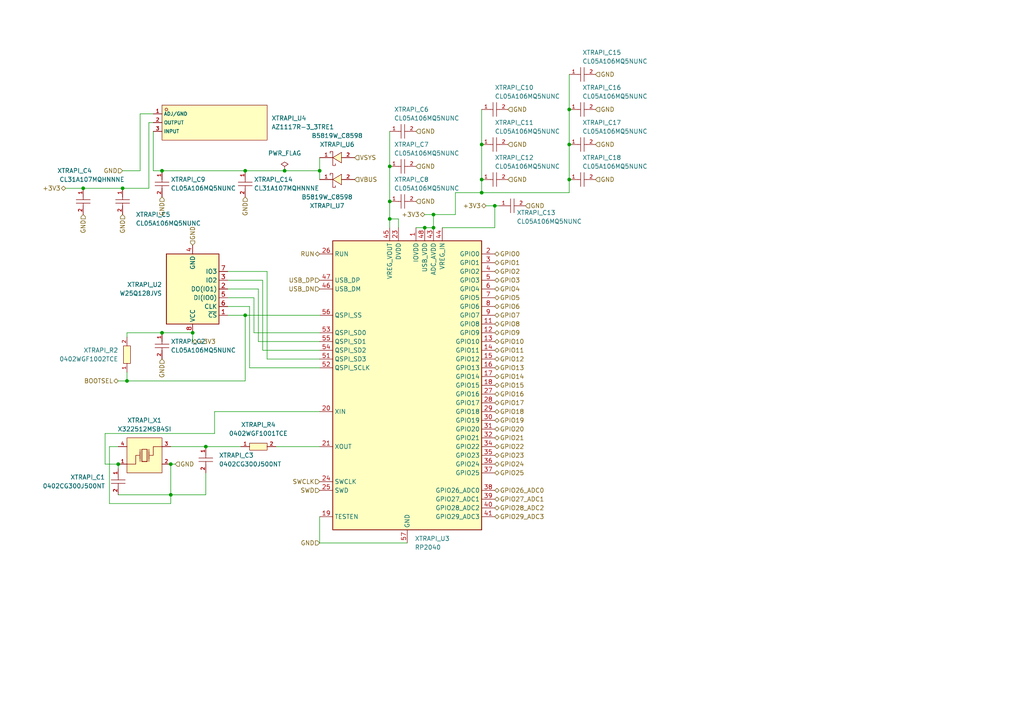
<source format=kicad_sch>
(kicad_sch (version 20230121) (generator eeschema)
  (paper "A4")
  (title_block (title "xtrapico core") (date "2024-02-09") (rev "rev0") (company "zeriyoshi") (comment 1 "https://github.com/Breadstick-Innovations/22008-RP2040-Dev-Board") (comment 2 "Schema based by RP2040 Dev Board"))
  (lib_symbols
    (symbol "JLCPCB_0402CG300J500NT:0402CG300J500NT" (pin_names hide)
      (property "Reference" "C" (at 0 1.27 0))
      (property "Value" "0402CG300J500NT" (at 0 -2.54 0))
      (symbol "0402CG300J500NT_0_1"
        (polyline (pts (xy -1.27 0) (xy -0.508 0)))
        (polyline (pts (xy -0.508 2.032) (xy -0.508 -2.032)))
        (polyline (pts (xy 0.508 0) (xy 1.27 0)))
        (polyline (pts (xy 0.508 2.032) (xy 0.508 -2.032)))
        (pin input line (at -3.81 0 0) (length 2.54) (name "1") (number "1"))
        (pin input line (at 3.81 0 180) (length 2.54) (name "2") (number "2"))
      )
    )
    (symbol "JLCPCB_0402WGF1001TCE:0402WGF1001TCE" (pin_names hide)
      (property "Reference" "R" (at 0 1.27 0))
      (property "Value" "0402WGF1001TCE" (at 0 -2.54 0))
      (symbol "0402WGF1001TCE_0_1"
        (rectangle (start -2.54 1.016) (end 2.54 -1.016) (fill (type background)))
        (pin input line (at -5.08 0 0) (length 2.54) (name "1") (number "1"))
        (pin input line (at 5.08 0 180) (length 2.54) (name "2") (number "2"))
      )
    )
    (symbol "JLCPCB_0402WGF1002TCE:0402WGF1002TCE" (pin_names hide)
      (property "Reference" "R" (at 0 1.27 0))
      (property "Value" "0402WGF1002TCE" (at 0 -2.54 0))
      (symbol "0402WGF1002TCE_0_1"
        (rectangle (start -2.54 1.016) (end 2.54 -1.016) (fill (type background)))
        (pin input line (at -5.08 0 0) (length 2.54) (name "1") (number "1"))
        (pin input line (at 5.08 0 180) (length 2.54) (name "2") (number "2"))
      )
    )
    (symbol "JLCPCB_AZ1117R-3_3TRE1:AZ1117R-3_3TRE1"
      (property "Reference" "U" (at 0 1.27 0))
      (property "Value" "AZ1117R-3_3TRE1" (at 0 -2.54 0))
      (symbol "AZ1117R-3_3TRE1_0_1"
        (rectangle (start -12.7 5.08) (end 17.78 -5.08) (fill (type background)))
        (circle (center -11.43 3.81) (radius 0.381) (fill (type background)))
      )
      (symbol "AZ1117R-3_3TRE1_1_1"
        (pin power_out line (at -15.24 2.54 0) (length 2.54) (name "ADJ/GND") (number "1"))
        (pin power_out line (at -15.24 0 0) (length 2.54) (name "OUTPUT") (number "2"))
        (pin power_in line (at -15.24 -2.54 0) (length 2.54) (name "INPUT") (number "3"))
      )
    )
    (symbol "JLCPCB_B5819W_C8598:B5819W_C8598" (pin_names hide)
      (property "Reference" "U" (at 0 1.27 0))
      (property "Value" "B5819W_C8598" (at 0 -2.54 0))
      (symbol "B5819W_C8598_0_1"
        (polyline (pts (xy 1.27 1.524) (xy -1.27 0) (xy 1.27 -1.524) (xy 1.27 1.524)) (fill (type background)))
        (polyline (pts (xy -0.508 -1.778) (xy -0.508 -2.286) (xy -1.27 -2.286) (xy -1.27 1.016) (xy -1.27 1.778) (xy -2.032 1.778) (xy -2.032 1.27)))
      )
      (symbol "B5819W_C8598_1_1"
        (pin passive line (at -5.08 0 0) (length 3.81) (name "-") (number "1"))
        (pin passive line (at 5.08 0 180) (length 3.81) (name "+") (number "2"))
      )
    )
    (symbol "JLCPCB_CL05A106MQ5NUNC:CL05A106MQ5NUNC" (pin_names hide)
      (property "Reference" "C" (at 0 1.27 0))
      (property "Value" "CL05A106MQ5NUNC" (at 0 -2.54 0))
      (symbol "CL05A106MQ5NUNC_0_1"
        (polyline (pts (xy -1.27 0) (xy -0.508 0)))
        (polyline (pts (xy -0.508 2.032) (xy -0.508 -2.032)))
        (polyline (pts (xy 0.508 0) (xy 1.27 0)))
        (polyline (pts (xy 0.508 2.032) (xy 0.508 -2.032)))
        (pin input line (at -3.81 0 0) (length 2.54) (name "1") (number "1"))
        (pin input line (at 3.81 0 180) (length 2.54) (name "2") (number "2"))
      )
    )
    (symbol "JLCPCB_CL31A107MQHNNNE:CL31A107MQHNNNE" (pin_names hide)
      (property "Reference" "C" (at 0 1.27 0))
      (property "Value" "CL31A107MQHNNNE" (at 0 -2.54 0))
      (symbol "CL31A107MQHNNNE_0_1"
        (polyline (pts (xy -1.27 0) (xy -0.508 0)))
        (polyline (pts (xy -0.508 2.032) (xy -0.508 -2.032)))
        (polyline (pts (xy 0.508 0) (xy 1.27 0)))
        (polyline (pts (xy 0.508 2.032) (xy 0.508 -2.032)))
        (pin input line (at -3.81 0 0) (length 2.54) (name "1") (number "1"))
        (pin input line (at 3.81 0 180) (length 2.54) (name "2") (number "2"))
      )
    )
    (symbol "JLCPCB_X322512MSB4SI:X322512MSB4SI" (pin_names hide)
      (property "Reference" "X" (at 0 1.27 0))
      (property "Value" "X322512MSB4SI" (at 0 -2.54 0))
      (symbol "X322512MSB4SI_0_1"
        (rectangle (start -5.08 5.08) (end 5.08 -5.08) (fill (type background)))
        (polyline (pts (xy -1.27 -1.778) (xy -1.27 1.778)))
        (polyline (pts (xy -1.27 -1.016) (xy -1.27 1.016)))
        (polyline (pts (xy 0.762 -1.778) (xy -0.762 -1.778)))
        (polyline (pts (xy 1.27 -1.778) (xy 1.27 1.778)))
        (polyline (pts (xy 1.27 -1.016) (xy 1.27 1.016)))
        (polyline (pts (xy -5.08 -2.54) (xy -2.54 -2.54) (xy -2.54 0) (xy -1.524 0)))
        (polyline (pts (xy -0.762 -1.778) (xy -0.762 1.778) (xy 0.762 1.778) (xy 0.762 -1.778)))
        (polyline (pts (xy 5.08 2.54) (xy 2.54 2.54) (xy 2.54 0) (xy 1.524 0)))
        (polyline (pts (xy 0.762 1.778) (xy 0.762 -1.778) (xy -0.762 -1.778) (xy -0.762 1.778) (xy 0.762 1.778)))
      )
      (symbol "X322512MSB4SI_1_1"
        (pin passive line (at -7.62 -2.54 0) (length 2.54) (name "OSC1") (number "1"))
        (pin passive line (at 7.62 -2.54 180) (length 2.54) (name "GND") (number "2"))
        (pin passive line (at 7.62 2.54 180) (length 2.54) (name "OSC2") (number "3"))
        (pin passive line (at -7.62 2.54 0) (length 2.54) (name "GND") (number "4"))
      )
    )
    (symbol "MCU_RaspberryPi:RP2040"
      (property "Reference" "U" (at 17.78 45.72 0))
      (property "Value" "RP2040" (at 17.78 43.18 0))
      (symbol "RP2040_0_1"
        (rectangle (start -21.59 41.91) (end 21.59 -41.91) (stroke (width 0.254)) (fill (type background)))
      )
      (symbol "RP2040_1_1"
        (pin power_in line (at 2.54 45.72 270) (length 3.81) (name "IOVDD") (number "1"))
        (pin passive line (at 2.54 45.72 270) (length 3.81) hide (name "IOVDD") (number "10"))
        (pin bidirectional line (at 25.4 17.78 180) (length 3.81) (name "GPIO8") (number "11"))
        (pin bidirectional line (at 25.4 15.24 180) (length 3.81) (name "GPIO9") (number "12"))
        (pin bidirectional line (at 25.4 12.7 180) (length 3.81) (name "GPIO10") (number "13"))
        (pin bidirectional line (at 25.4 10.16 180) (length 3.81) (name "GPIO11") (number "14"))
        (pin bidirectional line (at 25.4 7.62 180) (length 3.81) (name "GPIO12") (number "15"))
        (pin bidirectional line (at 25.4 5.08 180) (length 3.81) (name "GPIO13") (number "16"))
        (pin bidirectional line (at 25.4 2.54 180) (length 3.81) (name "GPIO14") (number "17"))
        (pin bidirectional line (at 25.4 0 180) (length 3.81) (name "GPIO15") (number "18"))
        (pin input line (at -25.4 -38.1 0) (length 3.81) (name "TESTEN") (number "19"))
        (pin bidirectional line (at 25.4 38.1 180) (length 3.81) (name "GPIO0") (number "2"))
        (pin input line (at -25.4 -7.62 0) (length 3.81) (name "XIN") (number "20"))
        (pin passive line (at -25.4 -17.78 0) (length 3.81) (name "XOUT") (number "21"))
        (pin passive line (at 2.54 45.72 270) (length 3.81) hide (name "IOVDD") (number "22"))
        (pin power_in line (at -2.54 45.72 270) (length 3.81) (name "DVDD") (number "23"))
        (pin input line (at -25.4 -27.94 0) (length 3.81) (name "SWCLK") (number "24"))
        (pin bidirectional line (at -25.4 -30.48 0) (length 3.81) (name "SWD") (number "25"))
        (pin input line (at -25.4 38.1 0) (length 3.81) (name "RUN") (number "26"))
        (pin bidirectional line (at 25.4 -2.54 180) (length 3.81) (name "GPIO16") (number "27"))
        (pin bidirectional line (at 25.4 -5.08 180) (length 3.81) (name "GPIO17") (number "28"))
        (pin bidirectional line (at 25.4 -7.62 180) (length 3.81) (name "GPIO18") (number "29"))
        (pin bidirectional line (at 25.4 35.56 180) (length 3.81) (name "GPIO1") (number "3"))
        (pin bidirectional line (at 25.4 -10.16 180) (length 3.81) (name "GPIO19") (number "30"))
        (pin bidirectional line (at 25.4 -12.7 180) (length 3.81) (name "GPIO20") (number "31"))
        (pin bidirectional line (at 25.4 -15.24 180) (length 3.81) (name "GPIO21") (number "32"))
        (pin passive line (at 2.54 45.72 270) (length 3.81) hide (name "IOVDD") (number "33"))
        (pin bidirectional line (at 25.4 -17.78 180) (length 3.81) (name "GPIO22") (number "34"))
        (pin bidirectional line (at 25.4 -20.32 180) (length 3.81) (name "GPIO23") (number "35"))
        (pin bidirectional line (at 25.4 -22.86 180) (length 3.81) (name "GPIO24") (number "36"))
        (pin bidirectional line (at 25.4 -25.4 180) (length 3.81) (name "GPIO25") (number "37"))
        (pin bidirectional line (at 25.4 -30.48 180) (length 3.81) (name "GPIO26_ADC0") (number "38"))
        (pin bidirectional line (at 25.4 -33.02 180) (length 3.81) (name "GPIO27_ADC1") (number "39"))
        (pin bidirectional line (at 25.4 33.02 180) (length 3.81) (name "GPIO2") (number "4"))
        (pin bidirectional line (at 25.4 -35.56 180) (length 3.81) (name "GPIO28_ADC2") (number "40"))
        (pin bidirectional line (at 25.4 -38.1 180) (length 3.81) (name "GPIO29_ADC3") (number "41"))
        (pin passive line (at 2.54 45.72 270) (length 3.81) hide (name "IOVDD") (number "42"))
        (pin power_in line (at 7.62 45.72 270) (length 3.81) (name "ADC_AVDD") (number "43"))
        (pin power_in line (at 10.16 45.72 270) (length 3.81) (name "VREG_IN") (number "44"))
        (pin power_out line (at -5.08 45.72 270) (length 3.81) (name "VREG_VOUT") (number "45"))
        (pin bidirectional line (at -25.4 27.94 0) (length 3.81) (name "USB_DM") (number "46"))
        (pin bidirectional line (at -25.4 30.48 0) (length 3.81) (name "USB_DP") (number "47"))
        (pin power_in line (at 5.08 45.72 270) (length 3.81) (name "USB_VDD") (number "48"))
        (pin passive line (at 2.54 45.72 270) (length 3.81) hide (name "IOVDD") (number "49"))
        (pin bidirectional line (at 25.4 30.48 180) (length 3.81) (name "GPIO3") (number "5"))
        (pin passive line (at -2.54 45.72 270) (length 3.81) hide (name "DVDD") (number "50"))
        (pin bidirectional line (at -25.4 7.62 0) (length 3.81) (name "QSPI_SD3") (number "51"))
        (pin output line (at -25.4 5.08 0) (length 3.81) (name "QSPI_SCLK") (number "52"))
        (pin bidirectional line (at -25.4 15.24 0) (length 3.81) (name "QSPI_SD0") (number "53"))
        (pin bidirectional line (at -25.4 10.16 0) (length 3.81) (name "QSPI_SD2") (number "54"))
        (pin bidirectional line (at -25.4 12.7 0) (length 3.81) (name "QSPI_SD1") (number "55"))
        (pin bidirectional line (at -25.4 20.32 0) (length 3.81) (name "QSPI_SS") (number "56"))
        (pin power_in line (at 0 -45.72 90) (length 3.81) (name "GND") (number "57"))
        (pin bidirectional line (at 25.4 27.94 180) (length 3.81) (name "GPIO4") (number "6"))
        (pin bidirectional line (at 25.4 25.4 180) (length 3.81) (name "GPIO5") (number "7"))
        (pin bidirectional line (at 25.4 22.86 180) (length 3.81) (name "GPIO6") (number "8"))
        (pin bidirectional line (at 25.4 20.32 180) (length 3.81) (name "GPIO7") (number "9"))
      )
    )
    (symbol "Memory_Flash:W25Q128JVS"
      (property "Reference" "U" (at -8.89 8.89 0))
      (property "Value" "W25Q128JVS" (at 7.62 8.89 0))
      (symbol "W25Q128JVS_0_1"
        (rectangle (start -7.62 10.16) (end 7.62 -10.16) (stroke (width 0.254)) (fill (type background)))
      )
      (symbol "W25Q128JVS_1_1"
        (pin input line (at -10.16 7.62 0) (length 2.54) (name "~{CS}") (number "1"))
        (pin bidirectional line (at -10.16 0 0) (length 2.54) (name "DO(IO1)") (number "2"))
        (pin bidirectional line (at -10.16 -2.54 0) (length 2.54) (name "IO2") (number "3"))
        (pin power_in line (at 0 -12.7 90) (length 2.54) (name "GND") (number "4"))
        (pin bidirectional line (at -10.16 2.54 0) (length 2.54) (name "DI(IO0)") (number "5"))
        (pin input line (at -10.16 5.08 0) (length 2.54) (name "CLK") (number "6"))
        (pin bidirectional line (at -10.16 -5.08 0) (length 2.54) (name "IO3") (number "7"))
        (pin power_in line (at 0 12.7 270) (length 2.54) (name "VCC") (number "8"))
      )
    )
    (symbol "power:PWR_FLAG" (power) (pin_numbers hide) (pin_names (offset 0) hide)
      (property "Value" "PWR_FLAG" (at 0 3.81 0))
      (symbol "PWR_FLAG_0_0"
        (pin power_out line (at 0 0 90) (length 0) (name "pwr") (number "1"))
      )
      (symbol "PWR_FLAG_0_1"
        (polyline (pts (xy 0 0) (xy 0 1.27) (xy -1.016 1.905) (xy 0 2.54) (xy 1.016 1.905) (xy 0 1.27)))
      )
    )
  )
  (junction (at 139.7 52.07))
  (junction (at 143.51 59.69))
  (junction (at 165.1 41.91))
  (junction (at 34.29 134.62))
  (junction (at 49.53 143.51))
  (junction (at 123.19 66.04))
  (junction (at 125.73 62.23))
  (junction (at 36.83 110.49))
  (junction (at 24.13 54.61))
  (junction (at 113.03 48.26))
  (junction (at 165.1 31.75))
  (junction (at 113.03 58.42))
  (junction (at 92.71 49.53))
  (junction (at 71.12 91.44))
  (junction (at 59.69 129.54))
  (junction (at 55.88 96.52))
  (junction (at 139.7 55.88))
  (junction (at 46.99 49.53))
  (junction (at 82.55 49.53))
  (junction (at 113.03 63.5))
  (junction (at 125.73 66.04))
  (junction (at 71.12 49.53))
  (junction (at 165.1 52.07))
  (junction (at 46.99 96.52))
  (junction (at 49.53 134.62))
  (junction (at 35.56 54.61))
  (junction (at 139.7 41.91))
  (wire (pts (xy 74.93 99.06) (xy 92.71 99.06)))
  (wire (pts (xy 66.04 83.82) (xy 74.93 83.82)))
  (wire (pts (xy 66.04 86.36) (xy 73.66 86.36)))
  (wire (pts (xy 36.83 97.79) (xy 36.83 96.52)))
  (wire (pts (xy 165.1 21.59) (xy 165.1 31.75)))
  (wire (pts (xy 72.39 106.68) (xy 92.71 106.68)))
  (wire (pts (xy 132.08 55.88) (xy 139.7 55.88)))
  (wire (pts (xy 46.99 49.53) (xy 71.12 49.53)))
  (wire (pts (xy 92.71 157.48) (xy 118.11 157.48)))
  (wire (pts (xy 82.55 49.53) (xy 92.71 49.53)))
  (wire (pts (xy 113.03 48.26) (xy 113.03 58.42)))
  (wire (pts (xy 123.19 66.04) (xy 125.73 66.04)))
  (wire (pts (xy 76.2 81.28) (xy 76.2 101.6)))
  (wire (pts (xy 50.8 134.62) (xy 49.53 134.62)))
  (wire (pts (xy 73.66 96.52) (xy 92.71 96.52)))
  (wire (pts (xy 123.19 62.23) (xy 125.73 62.23)))
  (wire (pts (xy 132.08 55.88) (xy 132.08 62.23)))
  (wire (pts (xy 71.12 91.44) (xy 92.71 91.44)))
  (wire (pts (xy 49.53 146.05) (xy 49.53 143.51)))
  (wire (pts (xy 113.03 58.42) (xy 113.03 63.5)))
  (wire (pts (xy 139.7 55.88) (xy 139.7 52.07)))
  (wire (pts (xy 143.51 66.04) (xy 128.27 66.04)))
  (wire (pts (xy 92.71 149.86) (xy 92.71 157.48)))
  (wire (pts (xy 140.97 59.69) (xy 143.51 59.69)))
  (wire (pts (xy 92.71 129.54) (xy 80.01 129.54)))
  (wire (pts (xy 36.83 110.49) (xy 71.12 110.49)))
  (wire (pts (xy 30.48 134.62) (xy 30.48 125.73)))
  (wire (pts (xy 71.12 110.49) (xy 71.12 91.44)))
  (wire (pts (xy 165.1 31.75) (xy 165.1 41.91)))
  (wire (pts (xy 73.66 86.36) (xy 73.66 96.52)))
  (wire (pts (xy 62.23 119.38) (xy 92.71 119.38)))
  (wire (pts (xy 59.69 129.54) (xy 69.85 129.54)))
  (wire (pts (xy 165.1 41.91) (xy 165.1 52.07)))
  (wire (pts (xy 36.83 107.95) (xy 36.83 110.49)))
  (wire (pts (xy 113.03 63.5) (xy 115.57 63.5)))
  (wire (pts (xy 40.64 33.02) (xy 44.45 33.02)))
  (wire (pts (xy 66.04 91.44) (xy 71.12 91.44)))
  (wire (pts (xy 35.56 54.61) (xy 43.18 54.61)))
  (wire (pts (xy 76.2 101.6) (xy 92.71 101.6)))
  (wire (pts (xy 143.51 59.69) (xy 144.78 59.69)))
  (wire (pts (xy 66.04 81.28) (xy 76.2 81.28)))
  (wire (pts (xy 74.93 83.82) (xy 74.93 99.06)))
  (wire (pts (xy 43.18 35.56) (xy 44.45 35.56)))
  (wire (pts (xy 113.03 63.5) (xy 113.03 66.04)))
  (wire (pts (xy 34.29 134.62) (xy 30.48 134.62)))
  (wire (pts (xy 77.47 104.14) (xy 92.71 104.14)))
  (wire (pts (xy 139.7 55.88) (xy 165.1 55.88)))
  (wire (pts (xy 59.69 143.51) (xy 49.53 143.51)))
  (wire (pts (xy 34.29 135.89) (xy 34.29 134.62)))
  (wire (pts (xy 120.65 66.04) (xy 123.19 66.04)))
  (wire (pts (xy 31.75 146.05) (xy 49.53 146.05)))
  (wire (pts (xy 139.7 41.91) (xy 139.7 52.07)))
  (wire (pts (xy 43.18 35.56) (xy 43.18 54.61)))
  (wire (pts (xy 92.71 52.07) (xy 92.71 49.53)))
  (wire (pts (xy 31.75 129.54) (xy 31.75 146.05)))
  (wire (pts (xy 34.29 129.54) (xy 31.75 129.54)))
  (wire (pts (xy 46.99 49.53) (xy 44.45 49.53)))
  (wire (pts (xy 125.73 66.04) (xy 125.73 62.23)))
  (wire (pts (xy 113.03 38.1) (xy 113.03 48.26)))
  (wire (pts (xy 66.04 78.74) (xy 77.47 78.74)))
  (wire (pts (xy 36.83 96.52) (xy 46.99 96.52)))
  (wire (pts (xy 49.53 129.54) (xy 59.69 129.54)))
  (wire (pts (xy 71.12 49.53) (xy 82.55 49.53)))
  (wire (pts (xy 34.29 143.51) (xy 49.53 143.51)))
  (wire (pts (xy 62.23 125.73) (xy 62.23 119.38)))
  (wire (pts (xy 92.71 49.53) (xy 92.71 45.72)))
  (wire (pts (xy 19.05 54.61) (xy 24.13 54.61)))
  (wire (pts (xy 59.69 137.16) (xy 59.69 143.51)))
  (wire (pts (xy 49.53 134.62) (xy 49.53 143.51)))
  (wire (pts (xy 55.88 96.52) (xy 55.88 99.06)))
  (wire (pts (xy 77.47 78.74) (xy 77.47 104.14)))
  (wire (pts (xy 165.1 52.07) (xy 165.1 55.88)))
  (wire (pts (xy 24.13 54.61) (xy 35.56 54.61)))
  (wire (pts (xy 40.64 49.53) (xy 35.56 49.53)))
  (wire (pts (xy 44.45 49.53) (xy 44.45 38.1)))
  (wire (pts (xy 139.7 31.75) (xy 139.7 41.91)))
  (wire (pts (xy 46.99 96.52) (xy 55.88 96.52)))
  (wire (pts (xy 40.64 33.02) (xy 40.64 49.53)))
  (wire (pts (xy 34.29 110.49) (xy 36.83 110.49)))
  (wire (pts (xy 143.51 59.69) (xy 143.51 66.04)))
  (wire (pts (xy 132.08 62.23) (xy 125.73 62.23)))
  (wire (pts (xy 72.39 88.9) (xy 72.39 106.68)))
  (wire (pts (xy 115.57 66.04) (xy 115.57 63.5)))
  (wire (pts (xy 66.04 88.9) (xy 72.39 88.9)))
  (wire (pts (xy 30.48 125.73) (xy 62.23 125.73)))
  (hierarchical_label "GPIO21" (shape bidirectional) (at 143.51 127 0))
  (hierarchical_label "GPIO16" (shape bidirectional) (at 143.51 114.3 0))
  (hierarchical_label "GPIO11" (shape bidirectional) (at 143.51 101.6 0))
  (hierarchical_label "RUN" (shape bidirectional) (at 92.71 73.66 180))
  (hierarchical_label "+3V3" (shape bidirectional) (at 140.97 59.69 180))
  (hierarchical_label "USB_DP" (shape input) (at 92.71 81.28 180))
  (hierarchical_label "USB_DN" (shape input) (at 92.71 83.82 180))
  (hierarchical_label "GND" (shape input) (at 152.4 59.69 0))
  (hierarchical_label "GND" (shape input) (at 147.32 31.75 0))
  (hierarchical_label "GPIO0" (shape bidirectional) (at 143.51 73.66 0))
  (hierarchical_label "GND" (shape input) (at 92.71 157.48 180))
  (hierarchical_label "GPIO29_ADC3" (shape bidirectional) (at 143.51 149.86 0))
  (hierarchical_label "GPIO26_ADC0" (shape bidirectional) (at 143.51 142.24 0))
  (hierarchical_label "GPIO2" (shape bidirectional) (at 143.51 78.74 0))
  (hierarchical_label "+3V3" (shape bidirectional) (at 19.05 54.61 180))
  (hierarchical_label "+3V3" (shape bidirectional) (at 55.88 99.06 0))
  (hierarchical_label "GPIO27_ADC1" (shape bidirectional) (at 143.51 144.78 0))
  (hierarchical_label "GPIO23" (shape bidirectional) (at 143.51 132.08 0))
  (hierarchical_label "GND" (shape input) (at 147.32 52.07 0))
  (hierarchical_label "GPIO14" (shape bidirectional) (at 143.51 109.22 0))
  (hierarchical_label "GND" (shape input) (at 46.99 57.15 270))
  (hierarchical_label "GPIO8" (shape bidirectional) (at 143.51 93.98 0))
  (hierarchical_label "GPIO19" (shape bidirectional) (at 143.51 121.92 0))
  (hierarchical_label "SWCLK" (shape input) (at 92.71 139.7 180))
  (hierarchical_label "GPIO24" (shape bidirectional) (at 143.51 134.62 0))
  (hierarchical_label "GND" (shape input) (at 55.88 71.12 90))
  (hierarchical_label "VBUS" (shape input) (at 102.87 52.07 0))
  (hierarchical_label "GPIO10" (shape bidirectional) (at 143.51 99.06 0))
  (hierarchical_label "GND" (shape input) (at 147.32 41.91 0))
  (hierarchical_label "+3V3" (shape bidirectional) (at 123.19 62.23 180))
  (hierarchical_label "GND" (shape input) (at 172.72 41.91 0))
  (hierarchical_label "GPIO20" (shape bidirectional) (at 143.51 124.46 0))
  (hierarchical_label "BOOTSEL" (shape bidirectional) (at 34.29 110.49 180))
  (hierarchical_label "GND" (shape input) (at 172.72 52.07 0))
  (hierarchical_label "GPIO6" (shape bidirectional) (at 143.51 88.9 0))
  (hierarchical_label "GND" (shape input) (at 35.56 62.23 270))
  (hierarchical_label "GND" (shape input) (at 46.99 104.14 270))
  (hierarchical_label "GND" (shape input) (at 50.8 134.62 0))
  (hierarchical_label "GPIO7" (shape bidirectional) (at 143.51 91.44 0))
  (hierarchical_label "GPIO22" (shape bidirectional) (at 143.51 129.54 0))
  (hierarchical_label "GPIO4" (shape bidirectional) (at 143.51 83.82 0))
  (hierarchical_label "GND" (shape input) (at 71.12 57.15 270))
  (hierarchical_label "GPIO18" (shape bidirectional) (at 143.51 119.38 0))
  (hierarchical_label "GPIO5" (shape bidirectional) (at 143.51 86.36 0))
  (hierarchical_label "GND" (shape input) (at 120.65 38.1 0))
  (hierarchical_label "GND" (shape input) (at 172.72 31.75 0))
  (hierarchical_label "GND" (shape input) (at 172.72 21.59 0))
  (hierarchical_label "GPIO17" (shape bidirectional) (at 143.51 116.84 0))
  (hierarchical_label "GPIO9" (shape bidirectional) (at 143.51 96.52 0))
  (hierarchical_label "GPIO15" (shape bidirectional) (at 143.51 111.76 0))
  (hierarchical_label "GND" (shape input) (at 35.56 49.53 180))
  (hierarchical_label "SWD" (shape input) (at 92.71 142.24 180))
  (hierarchical_label "VSYS" (shape input) (at 102.87 45.72 0))
  (hierarchical_label "GND" (shape input) (at 120.65 58.42 0))
  (hierarchical_label "GPIO25" (shape bidirectional) (at 143.51 137.16 0))
  (hierarchical_label "GPIO3" (shape bidirectional) (at 143.51 81.28 0))
  (hierarchical_label "GND" (shape input) (at 24.13 62.23 270))
  (hierarchical_label "GPIO13" (shape bidirectional) (at 143.51 106.68 0))
  (hierarchical_label "GPIO28_ADC2" (shape bidirectional) (at 143.51 147.32 0))
  (hierarchical_label "GPIO12" (shape bidirectional) (at 143.51 104.14 0))
  (hierarchical_label "GPIO1" (shape bidirectional) (at 143.51 76.2 0))
  (hierarchical_label "GND" (shape input) (at 120.65 48.26 0))
  (symbol (lib_id "JLCPCB_CL05A106MQ5NUNC:CL05A106MQ5NUNC") (at 143.51 41.91 0) (unit 1)
    (property "Reference" "XTRAPI_C11" (at 143.51 35.56 0) (effects (justify left)))
    (property "Value" "CL05A106MQ5NUNC" (at 143.51 38.1 0) (effects (justify left)))
    (property "Footprint" "JLCPCB:C0402" (effects hide))
    (property "Datasheet" "https://item.szlcsc.com/15869.html" (effects hide))
    (property "LCSC" "C15525" (effects hide))
  )
  (symbol (lib_id "JLCPCB_B5819W_C8598:B5819W_C8598") (at 97.79 52.07 0) (unit 1)
    (property "Reference" "XTRAPI_U7" (at 94.869 59.69 0))
    (property "Value" "B5819W_C8598" (at 94.869 57.15 0))
    (property "Footprint" "JLCPCB:SOD-123_L2.7-W1.6-LS3.7-RD-1" (effects hide))
    (property "Datasheet" "https://atta.szlcsc.com/upload/public/pdf/source/20210423/C2828417_EF1BF8BE3D48F97E320B09B073C89160.pdf" (effects hide))
    (property "LCSC" "C8598" (effects hide))
  )
  (symbol (lib_id "JLCPCB_CL05A106MQ5NUNC:CL05A106MQ5NUNC") (at 46.99 100.33 270) (unit 1)
    (property "Reference" "XTRAPI_C2" (at 49.53 99.06 90) (effects (justify left)))
    (property "Value" "CL05A106MQ5NUNC" (at 49.53 101.6 90) (effects (justify left)))
    (property "Footprint" "JLCPCB:C0402" (effects hide))
    (property "Datasheet" "https://item.szlcsc.com/15869.html" (effects hide))
    (property "LCSC" "C15525" (effects hide))
  )
  (symbol (lib_id "JLCPCB_0402CG300J500NT:0402CG300J500NT") (at 34.29 139.7 270) (unit 1)
    (property "Reference" "XTRAPI_C1" (at 30.48 138.43 90) (effects (justify right)))
    (property "Value" "0402CG300J500NT" (at 30.48 140.97 90) (effects (justify right)))
    (property "Footprint" "JLCPCB:C0402" (effects hide))
    (property "Datasheet" "https://item.szlcsc.com/15869.html" (effects hide))
    (property "LCSC" "C1570" (effects hide))
  )
  (symbol (lib_id "JLCPCB_0402WGF1001TCE:0402WGF1001TCE") (at 74.93 129.54 0) (unit 1)
    (property "Reference" "XTRAPI_R4" (at 74.93 123.19 0))
    (property "Value" "0402WGF1001TCE" (at 74.93 125.73 0))
    (property "Footprint" "JLCPCB:R0402" (effects hide))
    (property "Datasheet" "https://item.szlcsc.com/323315.html" (effects hide))
    (property "LCSC" "C11702" (effects hide))
  )
  (symbol (lib_id "JLCPCB_B5819W_C8598:B5819W_C8598") (at 97.79 45.72 0) (unit 1)
    (property "Reference" "XTRAPI_U6" (at 97.79 41.91 0))
    (property "Value" "B5819W_C8598" (at 97.79 39.37 0))
    (property "Footprint" "JLCPCB:SOD-123_L2.7-W1.6-LS3.7-RD-1" (effects hide))
    (property "Datasheet" "https://atta.szlcsc.com/upload/public/pdf/source/20210423/C2828417_EF1BF8BE3D48F97E320B09B073C89160.pdf" (effects hide))
    (property "LCSC" "C8598" (effects hide))
  )
  (symbol (lib_id "JLCPCB_CL05A106MQ5NUNC:CL05A106MQ5NUNC") (at 116.84 58.42 0) (unit 1)
    (property "Reference" "XTRAPI_C8" (at 114.3 52.07 0) (effects (justify left)))
    (property "Value" "CL05A106MQ5NUNC" (at 114.3 54.61 0) (effects (justify left)))
    (property "Footprint" "JLCPCB:C0402" (effects hide))
    (property "Datasheet" "https://item.szlcsc.com/15869.html" (effects hide))
    (property "LCSC" "C15525" (effects hide))
  )
  (symbol (lib_id "JLCPCB_X322512MSB4SI:X322512MSB4SI") (at 41.91 132.08 0) (unit 1)
    (property "Reference" "XTRAPI_X1" (at 41.91 121.92 0))
    (property "Value" "X322512MSB4SI" (at 41.91 124.46 0))
    (property "Footprint" "JLCPCB:OSC-SMD_4P-L3.2-W2.5-BL" (effects hide))
    (property "Datasheet" "https://item.szlcsc.com/15866.html" (effects hide))
    (property "LCSC" "C9002" (effects hide))
  )
  (symbol (lib_id "JLCPCB_CL05A106MQ5NUNC:CL05A106MQ5NUNC") (at 168.91 21.59 0) (unit 1)
    (property "Reference" "XTRAPI_C15" (at 168.91 15.24 0) (effects (justify left)))
    (property "Value" "CL05A106MQ5NUNC" (at 168.91 17.78 0) (effects (justify left)))
    (property "Footprint" "JLCPCB:C0402" (effects hide))
    (property "Datasheet" "https://item.szlcsc.com/15869.html" (effects hide))
    (property "LCSC" "C15525" (effects hide))
  )
  (symbol (lib_id "JLCPCB_CL05A106MQ5NUNC:CL05A106MQ5NUNC") (at 116.84 38.1 0) (unit 1)
    (property "Reference" "XTRAPI_C6" (at 114.3 31.75 0) (effects (justify left)))
    (property "Value" "CL05A106MQ5NUNC" (at 114.3 34.29 0) (effects (justify left)))
    (property "Footprint" "JLCPCB:C0402" (effects hide))
    (property "Datasheet" "https://item.szlcsc.com/15869.html" (effects hide))
    (property "LCSC" "C15525" (effects hide))
  )
  (symbol (lib_id "JLCPCB_CL05A106MQ5NUNC:CL05A106MQ5NUNC") (at 168.91 31.75 0) (unit 1)
    (property "Reference" "XTRAPI_C16" (at 168.91 25.4 0) (effects (justify left)))
    (property "Value" "CL05A106MQ5NUNC" (at 168.91 27.94 0) (effects (justify left)))
    (property "Footprint" "JLCPCB:C0402" (effects hide))
    (property "Datasheet" "https://item.szlcsc.com/15869.html" (effects hide))
    (property "LCSC" "C15525" (effects hide))
  )
  (symbol (lib_id "JLCPCB_CL05A106MQ5NUNC:CL05A106MQ5NUNC") (at 143.51 52.07 0) (unit 1)
    (property "Reference" "XTRAPI_C12" (at 143.51 45.72 0) (effects (justify left)))
    (property "Value" "CL05A106MQ5NUNC" (at 143.51 48.26 0) (effects (justify left)))
    (property "Footprint" "JLCPCB:C0402" (effects hide))
    (property "Datasheet" "https://item.szlcsc.com/15869.html" (effects hide))
    (property "LCSC" "C15525" (effects hide))
  )
  (symbol (lib_id "JLCPCB_CL05A106MQ5NUNC:CL05A106MQ5NUNC") (at 148.59 59.69 0) (unit 1)
    (property "Reference" "XTRAPI_C13" (at 149.86 60.96 0) (effects (justify left top)))
    (property "Value" "CL05A106MQ5NUNC" (at 149.86 63.5 0) (effects (justify left top)))
    (property "Footprint" "JLCPCB:C0402" (effects hide))
    (property "Datasheet" "https://item.szlcsc.com/15869.html" (effects hide))
    (property "LCSC" "C15525" (effects hide))
  )
  (symbol (lib_id "JLCPCB_CL05A106MQ5NUNC:CL05A106MQ5NUNC") (at 35.56 58.42 270) (unit 1)
    (property "Reference" "XTRAPI_C5" (at 39.37 62.23 90) (effects (justify left)))
    (property "Value" "CL05A106MQ5NUNC" (at 39.37 64.77 90) (effects (justify left)))
    (property "Footprint" "JLCPCB:C0402" (effects hide))
    (property "Datasheet" "https://item.szlcsc.com/15869.html" (effects hide))
    (property "LCSC" "C15525" (effects hide))
  )
  (symbol (lib_id "JLCPCB_CL05A106MQ5NUNC:CL05A106MQ5NUNC") (at 46.99 53.34 270) (unit 1)
    (property "Reference" "XTRAPI_C9" (at 49.53 52.07 90) (effects (justify left)))
    (property "Value" "CL05A106MQ5NUNC" (at 49.53 54.61 90) (effects (justify left)))
    (property "Footprint" "JLCPCB:C0402" (effects hide))
    (property "Datasheet" "https://item.szlcsc.com/15869.html" (effects hide))
    (property "LCSC" "C15525" (effects hide))
  )
  (symbol (lib_id "JLCPCB_AZ1117R-3_3TRE1:AZ1117R-3_3TRE1") (at 59.69 35.56 0) (unit 1)
    (property "Reference" "XTRAPI_U4" (at 78.74 34.29 0) (effects (justify left)))
    (property "Value" "AZ1117R-3_3TRE1" (at 78.74 36.83 0) (effects (justify left)))
    (property "Footprint" "JLCPCB:SOT-89-3_L4.5-W2.5-P1.50-LS4.2-BR" (effects hide))
    (property "Datasheet" "https://item.szlcsc.com/421845.html" (effects hide))
    (property "LCSC" "C108493" (effects hide))
  )
  (symbol (lib_id "JLCPCB_0402CG300J500NT:0402CG300J500NT") (at 59.69 133.35 270) (unit 1)
    (property "Reference" "XTRAPI_C3" (at 63.5 132.08 90) (effects (justify left)))
    (property "Value" "0402CG300J500NT" (at 63.5 134.62 90) (effects (justify left)))
    (property "Footprint" "JLCPCB:C0402" (effects hide))
    (property "Datasheet" "https://item.szlcsc.com/15869.html" (effects hide))
    (property "LCSC" "C1570" (effects hide))
  )
  (symbol (lib_id "Memory_Flash:W25Q128JVS") (at 55.88 83.82 180) (unit 1)
    (property "Reference" "XTRAPI_U2" (at 46.99 82.55 0) (effects (justify left)))
    (property "Value" "W25Q128JVS" (at 46.99 85.09 0) (effects (justify left)))
    (property "Footprint" "Package_SO:SOIC-8_5.23x5.23mm_P1.27mm" (effects hide))
    (property "Datasheet" "http://www.winbond.com/resource-files/w25q128jv_dtr%20revc%2003272018%20plus.pdf" (effects hide))
  )
  (symbol (lib_id "power:PWR_FLAG") (at 82.55 49.53 0) (unit 1)
    (property "Reference" "#FLG01" (effects hide))
    (property "Value" "PWR_FLAG" (at 82.55 44.45 0))
  )
  (symbol (lib_id "JLCPCB_CL05A106MQ5NUNC:CL05A106MQ5NUNC") (at 168.91 41.91 0) (unit 1)
    (property "Reference" "XTRAPI_C17" (at 168.91 35.56 0) (effects (justify left)))
    (property "Value" "CL05A106MQ5NUNC" (at 168.91 38.1 0) (effects (justify left)))
    (property "Footprint" "JLCPCB:C0402" (effects hide))
    (property "Datasheet" "https://item.szlcsc.com/15869.html" (effects hide))
    (property "LCSC" "C15525" (effects hide))
  )
  (symbol (lib_id "JLCPCB_0402WGF1002TCE:0402WGF1002TCE") (at 36.83 102.87 90) (unit 1)
    (property "Reference" "XTRAPI_R2" (at 34.29 101.6 90) (effects (justify left)))
    (property "Value" "0402WGF1002TCE" (at 34.29 104.14 90) (effects (justify left)))
    (property "Footprint" "JLCPCB:R0402" (effects hide))
    (property "Datasheet" "https://item.szlcsc.com/323315.html" (effects hide))
    (property "LCSC" "C25744" (effects hide))
  )
  (symbol (lib_id "MCU_RaspberryPi:RP2040") (at 118.11 111.76 0) (unit 1)
    (property "Reference" "XTRAPI_U3" (at 120.3041 156.21 0) (effects (justify left)))
    (property "Value" "RP2040" (at 120.3041 158.75 0) (effects (justify left)))
    (property "Footprint" "Package_DFN_QFN:QFN-56-1EP_7x7mm_P0.4mm_EP3.2x3.2mm" (effects hide))
    (property "Datasheet" "https://datasheets.raspberrypi.com/rp2040/rp2040-datasheet.pdf" (effects hide))
  )
  (symbol (lib_id "JLCPCB_CL31A107MQHNNNE:CL31A107MQHNNNE") (at 71.12 53.34 270) (unit 1)
    (property "Reference" "XTRAPI_C14" (at 73.66 52.07 90) (effects (justify left)))
    (property "Value" "CL31A107MQHNNNE" (at 73.66 54.61 90) (effects (justify left)))
    (property "Footprint" "JLCPCB:C1206" (effects hide))
    (property "Datasheet" "https://item.szlcsc.com/89171.html" (effects hide))
    (property "LCSC" "C15008" (effects hide))
  )
  (symbol (lib_id "JLCPCB_CL05A106MQ5NUNC:CL05A106MQ5NUNC") (at 116.84 48.26 0) (unit 1)
    (property "Reference" "XTRAPI_C7" (at 114.3 41.91 0) (effects (justify left)))
    (property "Value" "CL05A106MQ5NUNC" (at 114.3 44.45 0) (effects (justify left)))
    (property "Footprint" "JLCPCB:C0402" (effects hide))
    (property "Datasheet" "https://item.szlcsc.com/15869.html" (effects hide))
    (property "LCSC" "C15525" (effects hide))
  )
  (symbol (lib_id "JLCPCB_CL05A106MQ5NUNC:CL05A106MQ5NUNC") (at 143.51 31.75 0) (unit 1)
    (property "Reference" "XTRAPI_C10" (at 143.51 25.4 0) (effects (justify left)))
    (property "Value" "CL05A106MQ5NUNC" (at 143.51 27.94 0) (effects (justify left)))
    (property "Footprint" "JLCPCB:C0402" (effects hide))
    (property "Datasheet" "https://item.szlcsc.com/15869.html" (effects hide))
    (property "LCSC" "C15525" (effects hide))
  )
  (symbol (lib_id "JLCPCB_CL05A106MQ5NUNC:CL05A106MQ5NUNC") (at 168.91 52.07 0) (unit 1)
    (property "Reference" "XTRAPI_C18" (at 168.91 45.72 0) (effects (justify left)))
    (property "Value" "CL05A106MQ5NUNC" (at 168.91 48.26 0) (effects (justify left)))
    (property "Footprint" "JLCPCB:C0402" (effects hide))
    (property "Datasheet" "https://item.szlcsc.com/15869.html" (effects hide))
    (property "LCSC" "C15525" (effects hide))
  )
  (symbol (lib_id "JLCPCB_CL31A107MQHNNNE:CL31A107MQHNNNE") (at 24.13 58.42 270) (unit 1)
    (property "Reference" "XTRAPI_C4" (at 26.67 49.53 90) (effects (justify right)))
    (property "Value" "CL31A107MQHNNNE" (at 26.67 52.07 90))
    (property "Footprint" "JLCPCB:C1206" (effects hide))
    (property "Datasheet" "https://item.szlcsc.com/89171.html" (effects hide))
    (property "LCSC" "C15008" (effects hide))
  )
)
</source>
